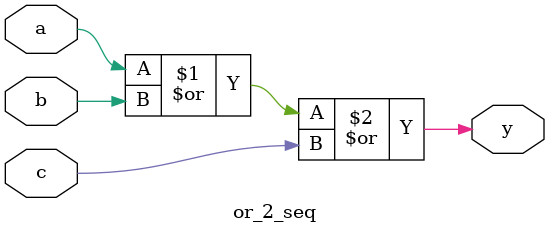
<source format=v>

module or_2_seq
(
input a,
input b,
input c,
output y
);

assign y = ((a | b) | c);
endmodule
</source>
